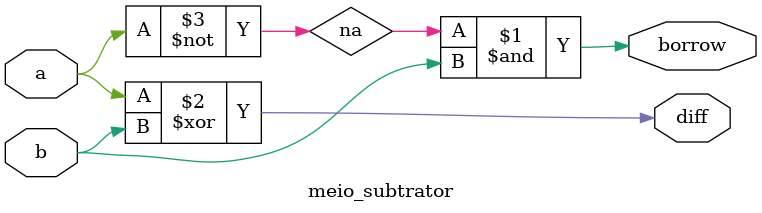
<source format=v>
`timescale 1ns/1ps

module meio_subtrator (
    input  wire a,       // minuendo
    input  wire b,       // subtraendo
    output wire diff,    // diferença
    output wire borrow   // empréstimo
);
    wire na;             // fio interno para ~a

    // Porta NOT para gerar ~a
    not  u_not (na, a);
    // Porta AND para (~a) & b  -> borrow
    and  u_and (borrow, na, b);
    // Porta XOR para a ^ b     -> diff
    xor  u_xor (diff, a, b);
endmodule

</source>
